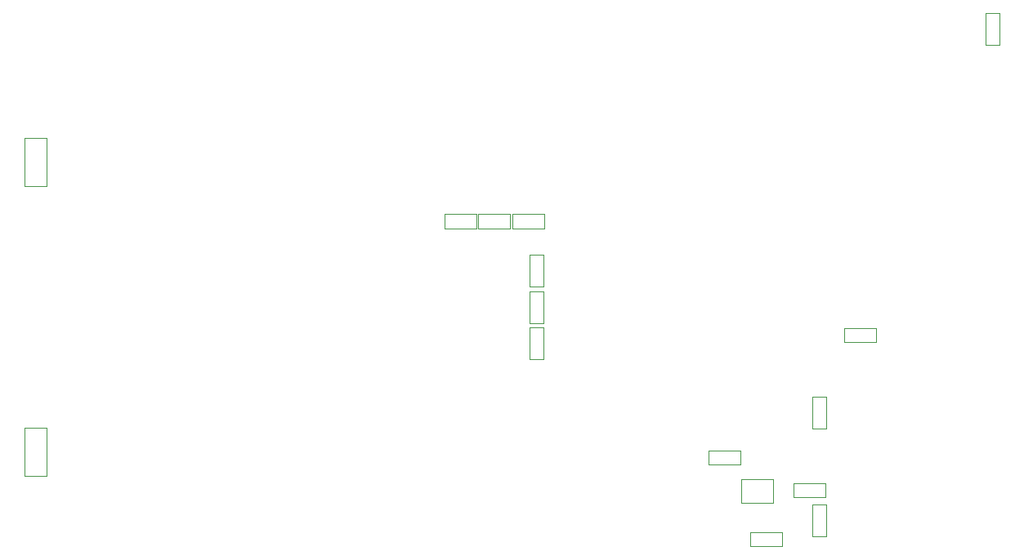
<source format=gbr>
G04 #@! TF.GenerationSoftware,KiCad,Pcbnew,(5.1.9)-1*
G04 #@! TF.CreationDate,2021-04-27T00:06:18-05:00*
G04 #@! TF.ProjectId,high-gain-diff-probe,68696768-2d67-4616-996e-2d646966662d,rev?*
G04 #@! TF.SameCoordinates,Original*
G04 #@! TF.FileFunction,Other,User*
%FSLAX46Y46*%
G04 Gerber Fmt 4.6, Leading zero omitted, Abs format (unit mm)*
G04 Created by KiCad (PCBNEW (5.1.9)-1) date 2021-04-27 00:06:18*
%MOMM*%
%LPD*%
G01*
G04 APERTURE LIST*
%ADD10C,0.050000*%
G04 APERTURE END LIST*
D10*
X105750000Y-112500000D02*
X105750000Y-117500000D01*
X105750000Y-112500000D02*
X108050000Y-112500000D01*
X108050000Y-117500000D02*
X105750000Y-117500000D01*
X108050000Y-117500000D02*
X108050000Y-112500000D01*
X108050000Y-87500000D02*
X108050000Y-82500000D01*
X108050000Y-87500000D02*
X105750000Y-87500000D01*
X105750000Y-82500000D02*
X108050000Y-82500000D01*
X105750000Y-82500000D02*
X105750000Y-87500000D01*
X183300000Y-117850000D02*
X180000000Y-117850000D01*
X183300000Y-117850000D02*
X183300000Y-120350000D01*
X180000000Y-120350000D02*
X180000000Y-117850000D01*
X180000000Y-120350000D02*
X183300000Y-120350000D01*
X180900000Y-124830000D02*
X184200000Y-124830000D01*
X180900000Y-123370000D02*
X180900000Y-124830000D01*
X184200000Y-123370000D02*
X180900000Y-123370000D01*
X184200000Y-124830000D02*
X184200000Y-123370000D01*
X188780000Y-123750000D02*
X188780000Y-120450000D01*
X187320000Y-123750000D02*
X188780000Y-123750000D01*
X187320000Y-120450000D02*
X187320000Y-123750000D01*
X188780000Y-120450000D02*
X187320000Y-120450000D01*
X188830000Y-112600000D02*
X188830000Y-109300000D01*
X187370000Y-112600000D02*
X188830000Y-112600000D01*
X187370000Y-109300000D02*
X187370000Y-112600000D01*
X188830000Y-109300000D02*
X187370000Y-109300000D01*
X176600000Y-116330000D02*
X179900000Y-116330000D01*
X176600000Y-114870000D02*
X176600000Y-116330000D01*
X179900000Y-114870000D02*
X176600000Y-114870000D01*
X179900000Y-116330000D02*
X179900000Y-114870000D01*
X152550000Y-90370000D02*
X149250000Y-90370000D01*
X152550000Y-91830000D02*
X152550000Y-90370000D01*
X149250000Y-91830000D02*
X152550000Y-91830000D01*
X149250000Y-90370000D02*
X149250000Y-91830000D01*
X159550000Y-90370000D02*
X156250000Y-90370000D01*
X159550000Y-91830000D02*
X159550000Y-90370000D01*
X156250000Y-91830000D02*
X159550000Y-91830000D01*
X156250000Y-90370000D02*
X156250000Y-91830000D01*
X206730000Y-72850000D02*
X206730000Y-69550000D01*
X205270000Y-72850000D02*
X206730000Y-72850000D01*
X205270000Y-69550000D02*
X205270000Y-72850000D01*
X206730000Y-69550000D02*
X205270000Y-69550000D01*
X158070000Y-102150000D02*
X158070000Y-105450000D01*
X159530000Y-102150000D02*
X158070000Y-102150000D01*
X159530000Y-105450000D02*
X159530000Y-102150000D01*
X158070000Y-105450000D02*
X159530000Y-105450000D01*
X158070000Y-94550000D02*
X158070000Y-97850000D01*
X159530000Y-94550000D02*
X158070000Y-94550000D01*
X159530000Y-97850000D02*
X159530000Y-94550000D01*
X158070000Y-97850000D02*
X159530000Y-97850000D01*
X190650000Y-103630000D02*
X193950000Y-103630000D01*
X190650000Y-102170000D02*
X190650000Y-103630000D01*
X193950000Y-102170000D02*
X190650000Y-102170000D01*
X193950000Y-103630000D02*
X193950000Y-102170000D01*
X185400000Y-119730000D02*
X188700000Y-119730000D01*
X185400000Y-118270000D02*
X185400000Y-119730000D01*
X188700000Y-118270000D02*
X185400000Y-118270000D01*
X188700000Y-119730000D02*
X188700000Y-118270000D01*
X152750000Y-91830000D02*
X156050000Y-91830000D01*
X152750000Y-90370000D02*
X152750000Y-91830000D01*
X156050000Y-90370000D02*
X152750000Y-90370000D01*
X156050000Y-91830000D02*
X156050000Y-90370000D01*
X159530000Y-101650000D02*
X159530000Y-98350000D01*
X158070000Y-101650000D02*
X159530000Y-101650000D01*
X158070000Y-98350000D02*
X158070000Y-101650000D01*
X159530000Y-98350000D02*
X158070000Y-98350000D01*
M02*

</source>
